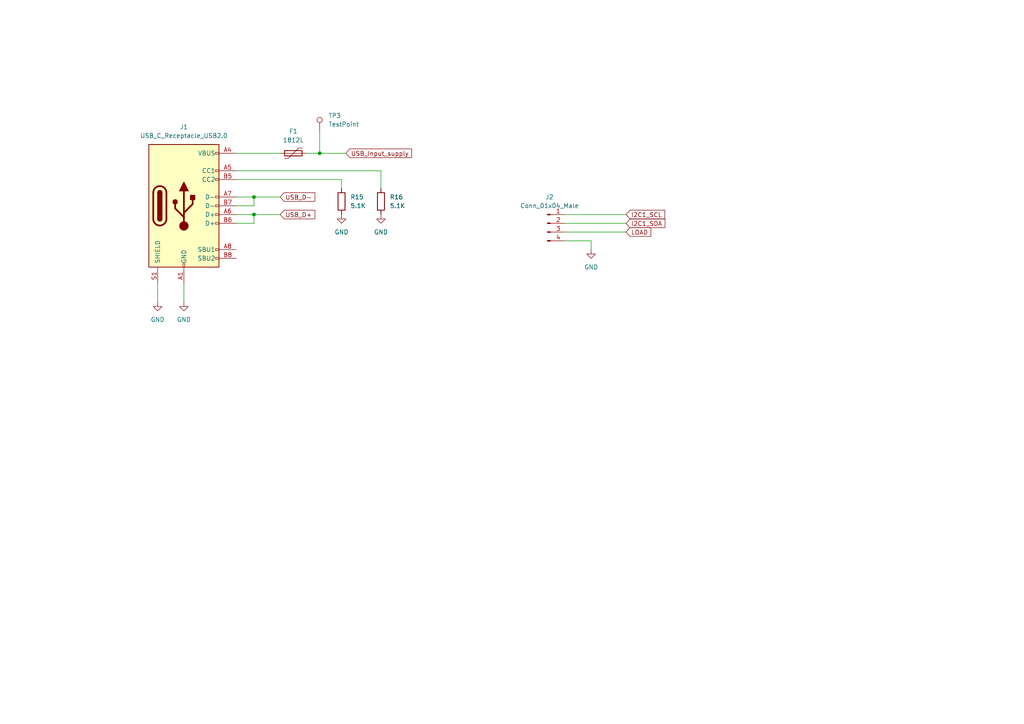
<source format=kicad_sch>
(kicad_sch (version 20211123) (generator eeschema)
  (paper "A4")
  (lib_symbols
    (symbol "Connector:Conn_01x04_Male" (pin_names (offset 1.016) hide)
      (property "Reference" "J" (at 0 5.08 0))
      (property "Value" "Conn_01x04_Male" (at 0 -7.62 0))
      (symbol "Conn_01x04_Male_1_1"
        (polyline (pts (xy 1.27 -5.08) (xy 0.8636 -5.08)) (stroke (width 0.1524)))
        (polyline (pts (xy 1.27 -2.54) (xy 0.8636 -2.54)) (stroke (width 0.1524)))
        (polyline (pts (xy 1.27 0) (xy 0.8636 0)) (stroke (width 0.1524)))
        (polyline (pts (xy 1.27 2.54) (xy 0.8636 2.54)) (stroke (width 0.1524)))
        (rectangle (start 0.8636 -4.953) (end 0 -5.207) (stroke (width 0.1524)) (fill (type outline)))
        (rectangle (start 0.8636 -2.413) (end 0 -2.667) (stroke (width 0.1524)) (fill (type outline)))
        (rectangle (start 0.8636 0.127) (end 0 -0.127) (stroke (width 0.1524)) (fill (type outline)))
        (rectangle (start 0.8636 2.667) (end 0 2.413) (stroke (width 0.1524)) (fill (type outline)))
        (pin passive line (at 5.08 2.54 180) (length 3.81) (name "Pin_1") (number "1"))
        (pin passive line (at 5.08 0 180) (length 3.81) (name "Pin_2") (number "2"))
        (pin passive line (at 5.08 -2.54 180) (length 3.81) (name "Pin_3") (number "3"))
        (pin passive line (at 5.08 -5.08 180) (length 3.81) (name "Pin_4") (number "4"))
      )
    )
    (symbol "Connector:TestPoint" (pin_numbers hide) (pin_names (offset 0.762) hide)
      (property "Reference" "TP" (at 0 6.858 0))
      (property "Value" "TestPoint" (at 0 5.08 0))
      (symbol "TestPoint_0_1"
        (circle (center 0 3.302) (radius 0.762))
      )
      (symbol "TestPoint_1_1"
        (pin passive line (at 0 0 90) (length 2.54) (name "1") (number "1"))
      )
    )
    (symbol "Connector:USB_C_Receptacle_USB2.0" (pin_names (offset 1.016))
      (property "Reference" "J" (at -10.16 19.05 0))
      (property "Value" "USB_C_Receptacle_USB2.0" (at 19.05 19.05 0))
      (symbol "USB_C_Receptacle_USB2.0_0_0"
        (rectangle (start -0.254 -17.78) (end 0.254 -16.764))
        (rectangle (start 10.16 -14.986) (end 9.144 -15.494))
        (rectangle (start 10.16 -12.446) (end 9.144 -12.954))
        (rectangle (start 10.16 -4.826) (end 9.144 -5.334))
        (rectangle (start 10.16 -2.286) (end 9.144 -2.794))
        (rectangle (start 10.16 0.254) (end 9.144 -0.254))
        (rectangle (start 10.16 2.794) (end 9.144 2.286))
        (rectangle (start 10.16 7.874) (end 9.144 7.366))
        (rectangle (start 10.16 10.414) (end 9.144 9.906))
        (rectangle (start 10.16 15.494) (end 9.144 14.986))
      )
      (symbol "USB_C_Receptacle_USB2.0_0_1"
        (rectangle (start -10.16 17.78) (end 10.16 -17.78) (stroke (width 0.254)) (fill (type background)))
        (arc (start -8.89 -3.81) (mid -6.985 -5.715) (end -5.08 -3.81) (stroke (width 0.508)))
        (arc (start -7.62 -3.81) (mid -6.985 -4.445) (end -6.35 -3.81) (stroke (width 0.254)))
        (arc (start -7.62 -3.81) (mid -6.985 -4.445) (end -6.35 -3.81) (stroke (width 0.254)) (fill (type outline)))
        (rectangle (start -7.62 -3.81) (end -6.35 3.81) (stroke (width 0.254)) (fill (type outline)))
        (arc (start -6.35 3.81) (mid -6.985 4.445) (end -7.62 3.81) (stroke (width 0.254)))
        (arc (start -6.35 3.81) (mid -6.985 4.445) (end -7.62 3.81) (stroke (width 0.254)) (fill (type outline)))
        (arc (start -5.08 3.81) (mid -6.985 5.715) (end -8.89 3.81) (stroke (width 0.508)))
        (circle (center -2.54 1.143) (radius 0.635) (stroke (width 0.254)) (fill (type outline)))
        (circle (center 0 -5.842) (radius 1.27) (fill (type outline)))
        (polyline (pts (xy -8.89 -3.81) (xy -8.89 3.81)) (stroke (width 0.508)))
        (polyline (pts (xy -5.08 3.81) (xy -5.08 -3.81)) (stroke (width 0.508)))
        (polyline (pts (xy 0 -5.842) (xy 0 4.318)) (stroke (width 0.508)))
        (polyline (pts (xy 0 -3.302) (xy -2.54 -0.762) (xy -2.54 0.508)) (stroke (width 0.508)))
        (polyline (pts (xy 0 -2.032) (xy 2.54 0.508) (xy 2.54 1.778)) (stroke (width 0.508)))
        (polyline (pts (xy -1.27 4.318) (xy 0 6.858) (xy 1.27 4.318) (xy -1.27 4.318)) (stroke (width 0.254)) (fill (type outline)))
        (rectangle (start 1.905 1.778) (end 3.175 3.048) (stroke (width 0.254)) (fill (type outline)))
      )
      (symbol "USB_C_Receptacle_USB2.0_1_1"
        (pin passive line (at 0 -22.86 90) (length 5.08) (name "GND") (number "A1"))
        (pin passive line (at 0 -22.86 90) (length 5.08) hide (name "GND") (number "A12"))
        (pin passive line (at 15.24 15.24 180) (length 5.08) (name "VBUS") (number "A4"))
        (pin bidirectional line (at 15.24 10.16 180) (length 5.08) (name "CC1") (number "A5"))
        (pin bidirectional line (at 15.24 -2.54 180) (length 5.08) (name "D+") (number "A6"))
        (pin bidirectional line (at 15.24 2.54 180) (length 5.08) (name "D-") (number "A7"))
        (pin bidirectional line (at 15.24 -12.7 180) (length 5.08) (name "SBU1") (number "A8"))
        (pin passive line (at 15.24 15.24 180) (length 5.08) hide (name "VBUS") (number "A9"))
        (pin passive line (at 0 -22.86 90) (length 5.08) hide (name "GND") (number "B1"))
        (pin passive line (at 0 -22.86 90) (length 5.08) hide (name "GND") (number "B12"))
        (pin passive line (at 15.24 15.24 180) (length 5.08) hide (name "VBUS") (number "B4"))
        (pin bidirectional line (at 15.24 7.62 180) (length 5.08) (name "CC2") (number "B5"))
        (pin bidirectional line (at 15.24 -5.08 180) (length 5.08) (name "D+") (number "B6"))
        (pin bidirectional line (at 15.24 0 180) (length 5.08) (name "D-") (number "B7"))
        (pin bidirectional line (at 15.24 -15.24 180) (length 5.08) (name "SBU2") (number "B8"))
        (pin passive line (at 15.24 15.24 180) (length 5.08) hide (name "VBUS") (number "B9"))
        (pin passive line (at -7.62 -22.86 90) (length 5.08) (name "SHIELD") (number "S1"))
      )
    )
    (symbol "Device:Polyfuse" (pin_numbers hide) (pin_names (offset 0))
      (property "Reference" "F" (at -2.54 0 90))
      (property "Value" "Polyfuse" (at 2.54 0 90))
      (symbol "Polyfuse_0_1"
        (rectangle (start -0.762 2.54) (end 0.762 -2.54) (stroke (width 0.254)))
        (polyline (pts (xy 0 2.54) (xy 0 -2.54)))
        (polyline (pts (xy -1.524 2.54) (xy -1.524 1.524) (xy 1.524 -1.524) (xy 1.524 -2.54)))
      )
      (symbol "Polyfuse_1_1"
        (pin passive line (at 0 3.81 270) (length 1.27) (name "~") (number "1"))
        (pin passive line (at 0 -3.81 90) (length 1.27) (name "~") (number "2"))
      )
    )
    (symbol "Device:R" (pin_numbers hide) (pin_names (offset 0))
      (property "Reference" "R" (at 2.032 0 90))
      (property "Value" "R" (at 0 0 90))
      (symbol "R_0_1"
        (rectangle (start -1.016 -2.54) (end 1.016 2.54) (stroke (width 0.254)))
      )
      (symbol "R_1_1"
        (pin passive line (at 0 3.81 270) (length 1.27) (name "~") (number "1"))
        (pin passive line (at 0 -3.81 90) (length 1.27) (name "~") (number "2"))
      )
    )
    (symbol "power:GND" (power) (pin_names (offset 0))
      (property "Value" "GND" (at 0 -3.81 0))
      (symbol "GND_0_1"
        (polyline (pts (xy 0 0) (xy 0 -1.27) (xy 1.27 -1.27) (xy 0 -2.54) (xy -1.27 -1.27) (xy 0 -1.27)))
      )
      (symbol "GND_1_1"
        (pin power_in line (at 0 0 270) (length 0) hide (name "GND") (number "1"))
      )
    )
  )
  (junction (at 92.71 44.45))
  (junction (at 73.66 57.15))
  (junction (at 73.66 62.23))
  (wire (pts (xy 99.06 52.07) (xy 99.06 54.61)))
  (wire (pts (xy 53.34 82.55) (xy 53.34 87.63)))
  (wire (pts (xy 45.72 82.55) (xy 45.72 87.63)))
  (wire (pts (xy 92.71 44.45) (xy 100.33 44.45)))
  (wire (pts (xy 88.9 44.45) (xy 92.71 44.45)))
  (wire (pts (xy 92.71 38.1) (xy 92.71 44.45)))
  (wire (pts (xy 73.66 59.69) (xy 73.66 57.15)))
  (wire (pts (xy 171.45 69.85) (xy 171.45 72.39)))
  (wire (pts (xy 68.58 49.53) (xy 110.49 49.53)))
  (wire (pts (xy 68.58 57.15) (xy 73.66 57.15)))
  (wire (pts (xy 163.83 69.85) (xy 171.45 69.85)))
  (wire (pts (xy 163.83 67.31) (xy 181.61 67.31)))
  (wire (pts (xy 110.49 49.53) (xy 110.49 54.61)))
  (wire (pts (xy 68.58 44.45) (xy 81.28 44.45)))
  (wire (pts (xy 163.83 64.77) (xy 181.61 64.77)))
  (wire (pts (xy 73.66 57.15) (xy 81.28 57.15)))
  (wire (pts (xy 73.66 62.23) (xy 81.28 62.23)))
  (wire (pts (xy 73.66 64.77) (xy 73.66 62.23)))
  (wire (pts (xy 68.58 59.69) (xy 73.66 59.69)))
  (wire (pts (xy 68.58 64.77) (xy 73.66 64.77)))
  (wire (pts (xy 68.58 52.07) (xy 99.06 52.07)))
  (wire (pts (xy 163.83 62.23) (xy 181.61 62.23)))
  (wire (pts (xy 68.58 62.23) (xy 73.66 62.23)))
  (global_label "USB_D+" (shape input) (at 81.28 62.23 0) (property "Intersheet References" "${INTERSHEET_REFS}" (effects hide)))
  (global_label "USB_Input_supply" (shape input) (at 100.33 44.45 0) (property "Intersheet References" "${INTERSHEET_REFS}" (effects hide)))
  (global_label "I2C1_SDA" (shape input) (at 181.61 64.77 0) (property "Intersheet References" "${INTERSHEET_REFS}" (effects hide)))
  (global_label "USB_D-" (shape input) (at 81.28 57.15 0) (property "Intersheet References" "${INTERSHEET_REFS}" (effects hide)))
  (global_label "I2C1_SCL" (shape input) (at 181.61 62.23 0) (property "Intersheet References" "${INTERSHEET_REFS}" (effects hide)))
  (global_label "LOAD" (shape input) (at 181.61 67.31 0) (property "Intersheet References" "${INTERSHEET_REFS}" (effects hide)))
  (symbol (lib_id "Device:R") (at 110.49 58.42 0) (unit 1)
    (property "Reference" "R16" (at 113.03 57.1499 0) (effects (justify left)))
    (property "Value" "5.1K" (at 113.03 59.6899 0) (effects (justify left)))
    (property "Footprint" "Resistor_SMD:R_0805_2012Metric_Pad1.20x1.40mm_HandSolder" (effects hide))
  )
  (symbol (lib_id "Device:R") (at 99.06 58.42 0) (unit 1)
    (property "Reference" "R15" (at 101.6 57.1499 0) (effects (justify left)))
    (property "Value" "5.1K" (at 101.6 59.6899 0) (effects (justify left)))
    (property "Footprint" "Resistor_SMD:R_0805_2012Metric_Pad1.20x1.40mm_HandSolder" (effects hide))
  )
  (symbol (lib_id "Connector:USB_C_Receptacle_USB2.0") (at 53.34 59.69 0) (unit 1)
    (property "Reference" "J1" (at 53.34 36.83 0))
    (property "Value" "USB_C_Receptacle_USB2.0" (at 53.34 39.37 0))
    (property "Footprint" "Connector_USB:USB_C_Receptacle_HRO_TYPE-C-31-M-12" (effects hide))
    (property "Datasheet" "https://www.usb.org/sites/default/files/documents/usb_type-c.zip" (effects hide))
  )
  (symbol (lib_id "Connector:Conn_01x04_Male") (at 158.75 64.77 0) (unit 1)
    (property "Reference" "J2" (at 159.385 57.15 0))
    (property "Value" "Conn_01x04_Male" (at 159.385 59.69 0))
  )
  (symbol (lib_id "Device:Polyfuse") (at 85.09 44.45 90) (unit 1)
    (property "Reference" "F1" (at 85.09 38.1 90))
    (property "Value" "1812L" (at 85.09 40.64 90))
    (property "Footprint" "Littelfuse_1812L:FUSM4632X200N" (effects hide))
  )
  (symbol (lib_id "power:GND") (at 53.34 87.63 0) (unit 1)
    (property "Reference" "#PWR027" (effects hide))
    (property "Value" "GND" (at 53.34 92.71 0))
  )
  (symbol (lib_id "Connector:TestPoint") (at 92.71 38.1 0) (unit 1)
    (property "Reference" "TP3" (at 95.25 33.5279 0) (effects (justify left)))
    (property "Value" "TestPoint" (at 95.25 36.0679 0) (effects (justify left)))
    (property "Footprint" "TestPoint:TestPoint_Keystone_5010-5014_Multipurpose" (effects hide))
  )
  (symbol (lib_id "power:GND") (at 99.06 62.23 0) (unit 1)
    (property "Reference" "#PWR028" (effects hide))
    (property "Value" "GND" (at 99.06 67.31 0))
  )
  (symbol (lib_id "power:GND") (at 110.49 62.23 0) (unit 1)
    (property "Reference" "#PWR029" (effects hide))
    (property "Value" "GND" (at 110.49 67.31 0))
  )
  (symbol (lib_id "power:GND") (at 171.45 72.39 0) (unit 1)
    (property "Reference" "#PWR030" (effects hide))
    (property "Value" "GND" (at 171.45 77.47 0))
  )
  (symbol (lib_id "power:GND") (at 45.72 87.63 0) (unit 1)
    (property "Reference" "#PWR026" (effects hide))
    (property "Value" "GND" (at 45.72 92.71 0))
  )
)
</source>
